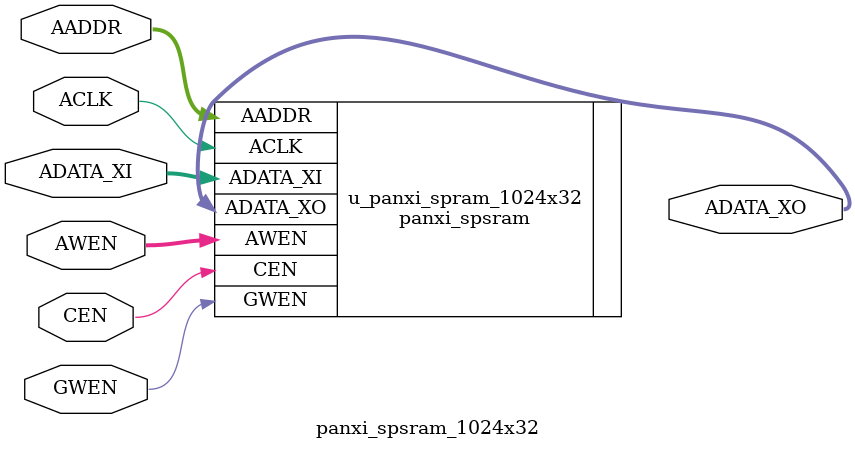
<source format=v>
module panxi_spsram_1024x32(
	input  wire					ACLK	,
	input  wire					CEN		,
	input  wire [9:0]			AADDR	,
	input  wire [31:0]			ADATA_XI,
	input  wire					GWEN	,	// global write enable
	input  wire [31:0]			AWEN	,	// 
	
	output reg	[31:0]			ADATA_XO
);

    panxi_spsram #(
        .DATA_WIDTH (32),
        .ADDR_WIDTH (10)
    ) u_panxi_spram_1024x32(
	    .ACLK	    (ACLK       ),
	    .CEN		(CEN        ),
	    .AADDR	    (AADDR      ),
	    .ADATA_XI   (ADATA_XI   ),
	    .GWEN	    (GWEN       ),	// global write enable
	    .AWEN	    (AWEN       ),	// 
	
	    .ADATA_XO   (ADATA_XO   )
    );

endmodule
</source>
